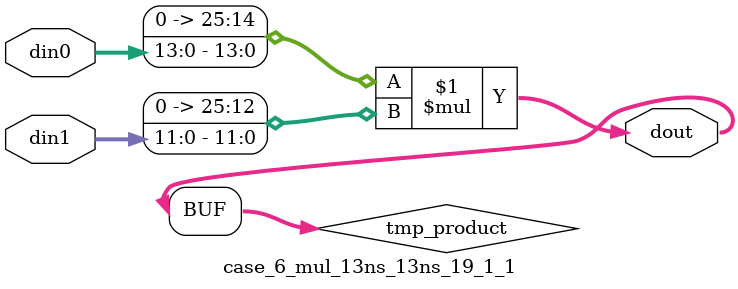
<source format=v>

`timescale 1 ns / 1 ps

 (* use_dsp = "no" *)  module case_6_mul_13ns_13ns_19_1_1(din0, din1, dout);
parameter ID = 1;
parameter NUM_STAGE = 0;
parameter din0_WIDTH = 14;
parameter din1_WIDTH = 12;
parameter dout_WIDTH = 26;

input [din0_WIDTH - 1 : 0] din0; 
input [din1_WIDTH - 1 : 0] din1; 
output [dout_WIDTH - 1 : 0] dout;

wire signed [dout_WIDTH - 1 : 0] tmp_product;
























assign tmp_product = $signed({1'b0, din0}) * $signed({1'b0, din1});











assign dout = tmp_product;





















endmodule

</source>
